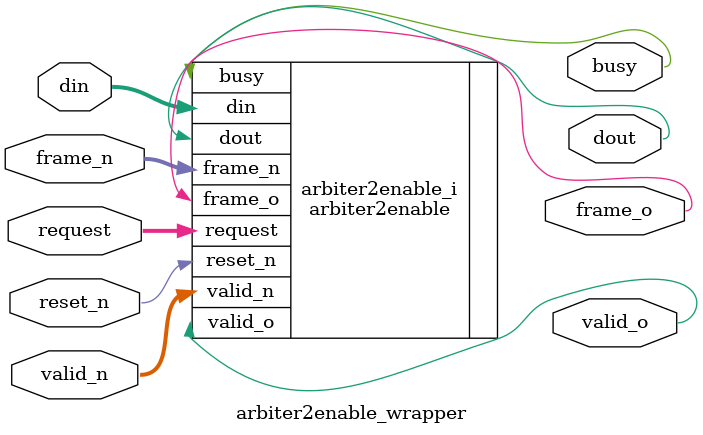
<source format=v>
`timescale 1 ps / 1 ps

module arbiter2enable_wrapper
   (busy,
    din,
    dout,
    frame_n,
    frame_o,
    request,
    reset_n,
    valid_n,
    valid_o);
  output busy;
  input [15:0]din;
  output dout;
  input [15:0]frame_n;
  output frame_o;
  input [15:0]request;
  input reset_n;
  input [15:0]valid_n;
  output valid_o;

  wire busy;
  wire [15:0]din;
  wire dout;
  wire [15:0]frame_n;
  wire frame_o;
  wire [15:0]request;
  wire reset_n;
  wire [15:0]valid_n;
  wire valid_o;

  arbiter2enable arbiter2enable_i
       (.busy(busy),
        .din(din),
        .dout(dout),
        .frame_n(frame_n),
        .frame_o(frame_o),
        .request(request),
        .reset_n(reset_n),
        .valid_n(valid_n),
        .valid_o(valid_o));
endmodule

</source>
